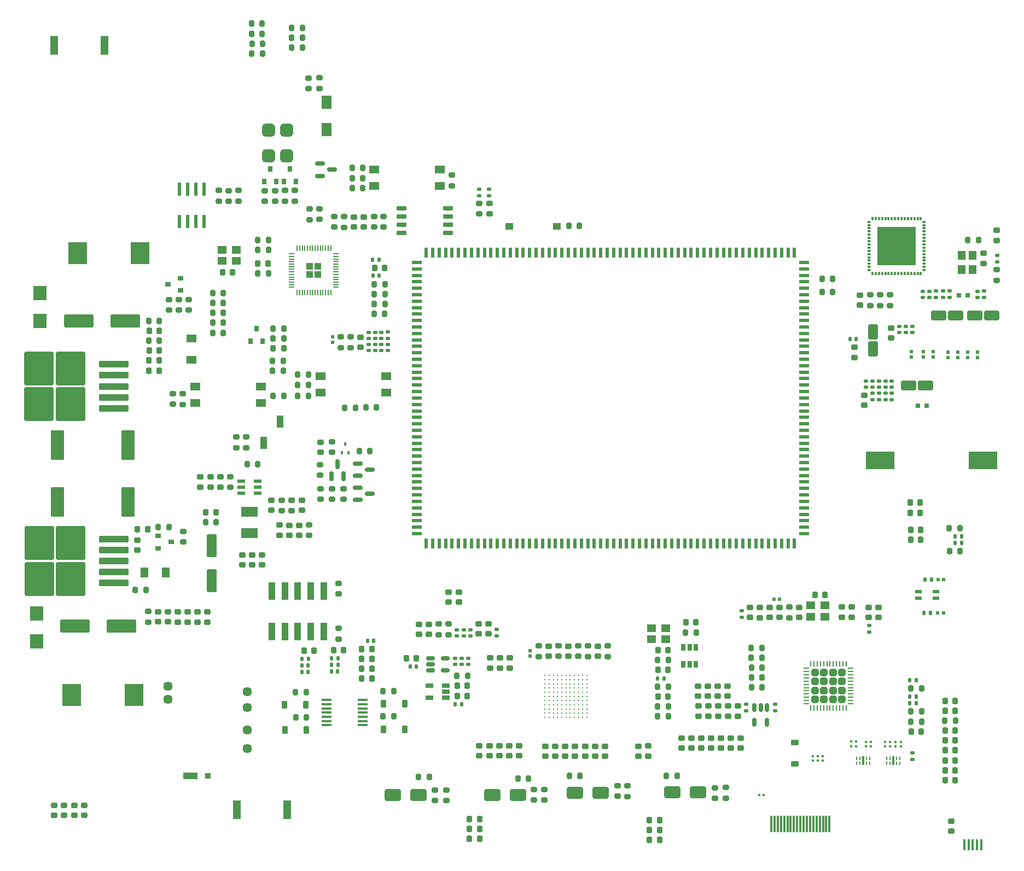
<source format=gtp>
G04 #@! TF.GenerationSoftware,KiCad,Pcbnew,8.0.0-rc1*
G04 #@! TF.CreationDate,2024-04-25T15:33:07+03:00*
G04 #@! TF.ProjectId,MXVR_3568_V4.0,4d585652-5f33-4353-9638-5f56342e302e,REV1*
G04 #@! TF.SameCoordinates,Original*
G04 #@! TF.FileFunction,Paste,Top*
G04 #@! TF.FilePolarity,Positive*
%FSLAX46Y46*%
G04 Gerber Fmt 4.6, Leading zero omitted, Abs format (unit mm)*
G04 Created by KiCad (PCBNEW 8.0.0-rc1) date 2024-04-25 15:33:07*
%MOMM*%
%LPD*%
G01*
G04 APERTURE LIST*
G04 Aperture macros list*
%AMRoundRect*
0 Rectangle with rounded corners*
0 $1 Rounding radius*
0 $2 $3 $4 $5 $6 $7 $8 $9 X,Y pos of 4 corners*
0 Add a 4 corners polygon primitive as box body*
4,1,4,$2,$3,$4,$5,$6,$7,$8,$9,$2,$3,0*
0 Add four circle primitives for the rounded corners*
1,1,$1+$1,$2,$3*
1,1,$1+$1,$4,$5*
1,1,$1+$1,$6,$7*
1,1,$1+$1,$8,$9*
0 Add four rect primitives between the rounded corners*
20,1,$1+$1,$2,$3,$4,$5,0*
20,1,$1+$1,$4,$5,$6,$7,0*
20,1,$1+$1,$6,$7,$8,$9,0*
20,1,$1+$1,$8,$9,$2,$3,0*%
%AMFreePoly0*
4,1,12,-0.135000,0.225000,0.135000,0.225000,0.135000,-0.090000,0.124724,-0.141662,0.095459,-0.185459,0.051662,-0.214724,0.000000,-0.225000,-0.051662,-0.214724,-0.095459,-0.185459,-0.124724,-0.141662,-0.135000,-0.090000,-0.135000,0.225000,-0.135000,0.225000,$1*%
%AMFreePoly1*
4,1,5,3.000000,-3.000000,-3.000000,-3.000000,-3.000000,3.000000,3.000000,3.000000,3.000000,-3.000000,3.000000,-3.000000,$1*%
G04 Aperture macros list end*
%ADD10RoundRect,0.200000X-0.200000X-0.275000X0.200000X-0.275000X0.200000X0.275000X-0.200000X0.275000X0*%
%ADD11RoundRect,0.225000X0.250000X-0.225000X0.250000X0.225000X-0.250000X0.225000X-0.250000X-0.225000X0*%
%ADD12RoundRect,0.140000X0.170000X-0.140000X0.170000X0.140000X-0.170000X0.140000X-0.170000X-0.140000X0*%
%ADD13RoundRect,0.140000X-0.170000X0.140000X-0.170000X-0.140000X0.170000X-0.140000X0.170000X0.140000X0*%
%ADD14RoundRect,0.200000X0.200000X0.275000X-0.200000X0.275000X-0.200000X-0.275000X0.200000X-0.275000X0*%
%ADD15RoundRect,0.140000X-0.140000X-0.170000X0.140000X-0.170000X0.140000X0.170000X-0.140000X0.170000X0*%
%ADD16RoundRect,0.135000X0.185000X-0.135000X0.185000X0.135000X-0.185000X0.135000X-0.185000X-0.135000X0*%
%ADD17RoundRect,0.200000X0.275000X-0.200000X0.275000X0.200000X-0.275000X0.200000X-0.275000X-0.200000X0*%
%ADD18RoundRect,0.225000X-0.250000X0.225000X-0.250000X-0.225000X0.250000X-0.225000X0.250000X0.225000X0*%
%ADD19RoundRect,0.135000X0.135000X0.185000X-0.135000X0.185000X-0.135000X-0.185000X0.135000X-0.185000X0*%
%ADD20RoundRect,0.200000X-0.275000X0.200000X-0.275000X-0.200000X0.275000X-0.200000X0.275000X0.200000X0*%
%ADD21R,0.200000X0.600000*%
%ADD22R,0.400000X1.400000*%
%ADD23R,1.150000X1.650000*%
%ADD24RoundRect,0.250000X0.315000X-0.315000X0.315000X0.315000X-0.315000X0.315000X-0.315000X-0.315000X0*%
%ADD25RoundRect,0.062500X0.062500X-0.375000X0.062500X0.375000X-0.062500X0.375000X-0.062500X-0.375000X0*%
%ADD26RoundRect,0.062500X0.375000X-0.062500X0.375000X0.062500X-0.375000X0.062500X-0.375000X-0.062500X0*%
%ADD27R,1.300000X3.000000*%
%ADD28R,0.650000X0.700000*%
%ADD29RoundRect,0.225000X-0.225000X-0.375000X0.225000X-0.375000X0.225000X0.375000X-0.225000X0.375000X0*%
%ADD30RoundRect,0.135000X-0.135000X-0.185000X0.135000X-0.185000X0.135000X0.185000X-0.135000X0.185000X0*%
%ADD31R,1.500000X0.600000*%
%ADD32R,0.600000X1.500000*%
%ADD33RoundRect,0.225000X0.225000X0.250000X-0.225000X0.250000X-0.225000X-0.250000X0.225000X-0.250000X0*%
%ADD34RoundRect,0.225000X-0.225000X-0.250000X0.225000X-0.250000X0.225000X0.250000X-0.225000X0.250000X0*%
%ADD35RoundRect,0.150000X-0.512500X-0.150000X0.512500X-0.150000X0.512500X0.150000X-0.512500X0.150000X0*%
%ADD36RoundRect,0.079500X-0.100500X0.079500X-0.100500X-0.079500X0.100500X-0.079500X0.100500X0.079500X0*%
%ADD37R,1.000000X2.750000*%
%ADD38RoundRect,0.250000X-1.000000X-0.650000X1.000000X-0.650000X1.000000X0.650000X-1.000000X0.650000X0*%
%ADD39R,0.800000X0.900000*%
%ADD40R,0.900000X0.800000*%
%ADD41R,0.600000X0.550000*%
%ADD42RoundRect,0.135000X-0.185000X0.135000X-0.185000X-0.135000X0.185000X-0.135000X0.185000X0.135000X0*%
%ADD43R,1.500000X1.250000*%
%ADD44RoundRect,0.140000X0.140000X0.170000X-0.140000X0.170000X-0.140000X-0.170000X0.140000X-0.170000X0*%
%ADD45R,0.550000X0.600000*%
%ADD46RoundRect,0.218750X0.256250X-0.218750X0.256250X0.218750X-0.256250X0.218750X-0.256250X-0.218750X0*%
%ADD47RoundRect,0.250000X-0.292217X0.292217X-0.292217X-0.292217X0.292217X-0.292217X0.292217X0.292217X0*%
%ADD48RoundRect,0.050000X-0.050000X0.387500X-0.050000X-0.387500X0.050000X-0.387500X0.050000X0.387500X0*%
%ADD49RoundRect,0.050000X-0.387500X0.050000X-0.387500X-0.050000X0.387500X-0.050000X0.387500X0.050000X0*%
%ADD50RoundRect,0.500000X0.500000X-0.500000X0.500000X0.500000X-0.500000X0.500000X-0.500000X-0.500000X0*%
%ADD51RoundRect,0.500000X-0.500000X0.500000X-0.500000X-0.500000X0.500000X-0.500000X0.500000X0.500000X0*%
%ADD52RoundRect,0.079500X0.079500X0.100500X-0.079500X0.100500X-0.079500X-0.100500X0.079500X-0.100500X0*%
%ADD53RoundRect,0.250000X1.000000X0.650000X-1.000000X0.650000X-1.000000X-0.650000X1.000000X-0.650000X0*%
%ADD54R,2.170000X1.120000*%
%ADD55R,0.850000X0.850000*%
%ADD56RoundRect,0.218750X0.218750X0.256250X-0.218750X0.256250X-0.218750X-0.256250X0.218750X-0.256250X0*%
%ADD57FreePoly0,0.000000*%
%ADD58FreePoly0,90.000000*%
%ADD59FreePoly0,180.000000*%
%ADD60FreePoly0,270.000000*%
%ADD61FreePoly1,0.000000*%
%ADD62R,1.200000X1.400000*%
%ADD63R,1.400000X1.200000*%
%ADD64RoundRect,0.250001X0.799999X-2.049999X0.799999X2.049999X-0.799999X2.049999X-0.799999X-2.049999X0*%
%ADD65RoundRect,0.250001X1.999999X0.799999X-1.999999X0.799999X-1.999999X-0.799999X1.999999X-0.799999X0*%
%ADD66RoundRect,0.079500X0.100500X-0.079500X0.100500X0.079500X-0.100500X0.079500X-0.100500X-0.079500X0*%
%ADD67RoundRect,0.041300X0.253700X-0.943700X0.253700X0.943700X-0.253700X0.943700X-0.253700X-0.943700X0*%
%ADD68RoundRect,0.250001X-0.799999X2.049999X-0.799999X-2.049999X0.799999X-2.049999X0.799999X2.049999X0*%
%ADD69R,1.200000X1.000000*%
%ADD70R,0.400000X1.745000*%
%ADD71RoundRect,0.250001X-0.924999X-0.499999X0.924999X-0.499999X0.924999X0.499999X-0.924999X0.499999X0*%
%ADD72RoundRect,0.250000X-0.550000X1.500000X-0.550000X-1.500000X0.550000X-1.500000X0.550000X1.500000X0*%
%ADD73RoundRect,0.250000X2.050000X0.300000X-2.050000X0.300000X-2.050000X-0.300000X2.050000X-0.300000X0*%
%ADD74RoundRect,0.250000X2.025000X2.375000X-2.025000X2.375000X-2.025000X-2.375000X2.025000X-2.375000X0*%
%ADD75R,0.400000X0.510000*%
%ADD76RoundRect,0.150000X-0.587500X-0.150000X0.587500X-0.150000X0.587500X0.150000X-0.587500X0.150000X0*%
%ADD77RoundRect,0.147500X-0.172500X0.147500X-0.172500X-0.147500X0.172500X-0.147500X0.172500X0.147500X0*%
%ADD78R,0.650000X1.125000*%
%ADD79R,1.050000X0.600000*%
%ADD80R,4.400000X2.800000*%
%ADD81RoundRect,0.150000X-0.150000X0.512500X-0.150000X-0.512500X0.150000X-0.512500X0.150000X0.512500X0*%
%ADD82R,3.000000X3.500000*%
%ADD83RoundRect,0.150000X-0.650000X-0.150000X0.650000X-0.150000X0.650000X0.150000X-0.650000X0.150000X0*%
%ADD84RoundRect,0.218750X-0.256250X0.218750X-0.256250X-0.218750X0.256250X-0.218750X0.256250X0.218750X0*%
%ADD85RoundRect,0.225000X0.225000X0.375000X-0.225000X0.375000X-0.225000X-0.375000X0.225000X-0.375000X0*%
%ADD86RoundRect,0.250001X0.924999X0.499999X-0.924999X0.499999X-0.924999X-0.499999X0.924999X-0.499999X0*%
%ADD87R,2.500000X1.500000*%
%ADD88R,1.250000X0.650000*%
%ADD89C,0.300000*%
%ADD90RoundRect,0.225000X0.375000X-0.225000X0.375000X0.225000X-0.375000X0.225000X-0.375000X-0.225000X0*%
%ADD91R,1.200000X0.600000*%
%ADD92R,1.600000X0.350000*%
%ADD93RoundRect,0.500000X0.200000X0.150000X-0.200000X0.150000X-0.200000X-0.150000X0.200000X-0.150000X0*%
%ADD94R,1.000000X1.900000*%
%ADD95RoundRect,0.250001X-0.499999X0.924999X-0.499999X-0.924999X0.499999X-0.924999X0.499999X0.924999X0*%
%ADD96R,2.050000X2.250000*%
%ADD97R,1.500000X2.120000*%
%ADD98R,1.650000X1.150000*%
%ADD99R,0.300000X2.600000*%
%ADD100RoundRect,0.150000X0.150000X-0.587500X0.150000X0.587500X-0.150000X0.587500X-0.150000X-0.587500X0*%
G04 APERTURE END LIST*
D10*
X192485000Y-142700000D03*
X194135000Y-142700000D03*
D11*
X193470000Y-159775000D03*
X193470000Y-158225000D03*
D12*
X192170000Y-77110000D03*
X192170000Y-76150000D03*
D13*
X117690000Y-132970000D03*
X117690000Y-133930000D03*
D12*
X182270000Y-91040000D03*
X182270000Y-90080000D03*
D14*
X105815000Y-78165000D03*
X104165000Y-78165000D03*
D15*
X103930000Y-71270000D03*
X104890000Y-71270000D03*
D16*
X166230000Y-141160000D03*
X166230000Y-140140000D03*
D15*
X103940000Y-73770000D03*
X104900000Y-73770000D03*
D17*
X88790000Y-62225711D03*
X88790000Y-60575711D03*
D10*
X134345000Y-151242500D03*
X135995000Y-151242500D03*
D18*
X86770000Y-116975000D03*
X86770000Y-118525000D03*
D19*
X188020000Y-136400000D03*
X187000000Y-136400000D03*
D13*
X184270000Y-91970000D03*
X184270000Y-92930000D03*
D10*
X88410000Y-86940000D03*
X90060000Y-86940000D03*
D17*
X91870000Y-62225000D03*
X91870000Y-60575000D03*
D20*
X84340000Y-98760000D03*
X84340000Y-100410000D03*
D14*
X72395000Y-112670000D03*
X70745000Y-112670000D03*
D18*
X70670000Y-125800000D03*
X70670000Y-127350000D03*
D21*
X178840000Y-149270000D03*
X179340000Y-149270000D03*
D22*
X179840000Y-148870000D03*
D21*
X180340000Y-149270000D03*
X180840000Y-149270000D03*
X180840000Y-148470000D03*
X180340000Y-148470000D03*
X179340000Y-148470000D03*
X178840000Y-148470000D03*
D23*
X68577500Y-119695000D03*
X71877500Y-119695000D03*
D12*
X123070000Y-129505000D03*
X123070000Y-128545000D03*
D10*
X193195000Y-116450000D03*
X194845000Y-116450000D03*
D24*
X172362500Y-139390000D03*
X173762500Y-139390000D03*
X175162500Y-139390000D03*
X176562500Y-139390000D03*
X172362500Y-137990000D03*
X173762500Y-137990000D03*
X175162500Y-137990000D03*
X176562500Y-137990000D03*
X172362500Y-136590000D03*
X173762500Y-136590000D03*
X175162500Y-136590000D03*
X176562500Y-136590000D03*
X172362500Y-135190000D03*
X173762500Y-135190000D03*
X175162500Y-135190000D03*
X176562500Y-135190000D03*
D25*
X171712500Y-140727500D03*
X172212500Y-140727500D03*
X172712500Y-140727500D03*
X173212500Y-140727500D03*
X173712500Y-140727500D03*
X174212500Y-140727500D03*
X174712500Y-140727500D03*
X175212500Y-140727500D03*
X175712500Y-140727500D03*
X176212500Y-140727500D03*
X176712500Y-140727500D03*
X177212500Y-140727500D03*
D26*
X177900000Y-140040000D03*
X177900000Y-139540000D03*
X177900000Y-139040000D03*
X177900000Y-138540000D03*
X177900000Y-138040000D03*
X177900000Y-137540000D03*
X177900000Y-137040000D03*
X177900000Y-136540000D03*
X177900000Y-136040000D03*
X177900000Y-135540000D03*
X177900000Y-135040000D03*
X177900000Y-134540000D03*
D25*
X177212500Y-133852500D03*
X176712500Y-133852500D03*
X176212500Y-133852500D03*
X175712500Y-133852500D03*
X175212500Y-133852500D03*
X174712500Y-133852500D03*
X174212500Y-133852500D03*
X173712500Y-133852500D03*
X173212500Y-133852500D03*
X172712500Y-133852500D03*
X172212500Y-133852500D03*
X171712500Y-133852500D03*
D26*
X171025000Y-134540000D03*
X171025000Y-135040000D03*
X171025000Y-135540000D03*
X171025000Y-136040000D03*
X171025000Y-136540000D03*
X171025000Y-137040000D03*
X171025000Y-137540000D03*
X171025000Y-138040000D03*
X171025000Y-138540000D03*
X171025000Y-139040000D03*
X171025000Y-139540000D03*
X171025000Y-140040000D03*
D18*
X72210000Y-125800000D03*
X72210000Y-127350000D03*
D27*
X82915000Y-156430000D03*
X90715000Y-156430000D03*
D28*
X195975000Y-76790000D03*
X194625000Y-76790000D03*
D11*
X139880000Y-148195000D03*
X139880000Y-146645000D03*
D18*
X134210000Y-131110000D03*
X134210000Y-132660000D03*
D29*
X90300000Y-140170000D03*
X93600000Y-140170000D03*
D30*
X189400000Y-120790000D03*
X190420000Y-120790000D03*
D31*
X170710000Y-113700000D03*
X170710000Y-112700000D03*
X170710000Y-111700000D03*
X170710000Y-110700000D03*
X170710000Y-109700000D03*
X170710000Y-108700000D03*
X170710000Y-107700000D03*
X170710000Y-106700000D03*
X170710000Y-105700000D03*
X170710000Y-104700000D03*
X170710000Y-103700000D03*
X170710000Y-102700000D03*
X170710000Y-101700000D03*
X170710000Y-100700000D03*
X170710000Y-99700000D03*
X170710000Y-98700000D03*
X170710000Y-97700000D03*
X170710000Y-96700000D03*
X170710000Y-95700000D03*
X170710000Y-94700000D03*
X170710000Y-93700000D03*
X170710000Y-92700000D03*
X170710000Y-91700000D03*
X170710000Y-90700000D03*
X170710000Y-89700000D03*
X170710000Y-88700000D03*
X170710000Y-87700000D03*
X170710000Y-86700000D03*
X170710000Y-85700000D03*
X170710000Y-84700000D03*
X170710000Y-83700000D03*
X170710000Y-82700000D03*
X170710000Y-81700000D03*
X170710000Y-80700000D03*
X170710000Y-79700000D03*
X170710000Y-78700000D03*
X170710000Y-77700000D03*
X170710000Y-76700000D03*
X170710000Y-75700000D03*
X170710000Y-74700000D03*
X170710000Y-73700000D03*
X170710000Y-72700000D03*
X170710000Y-71700000D03*
D32*
X169210000Y-70200000D03*
X168210000Y-70200000D03*
X167210000Y-70200000D03*
X166210000Y-70200000D03*
X165210000Y-70200000D03*
X164210000Y-70200000D03*
X163210000Y-70200000D03*
X162210000Y-70200000D03*
X161210000Y-70200000D03*
X160210000Y-70200000D03*
X159210000Y-70200000D03*
X158210000Y-70200000D03*
X157210000Y-70200000D03*
X156210000Y-70200000D03*
X155210000Y-70200000D03*
X154210000Y-70200000D03*
X153210000Y-70200000D03*
X152210000Y-70200000D03*
X151210000Y-70200000D03*
X150210000Y-70200000D03*
X149210000Y-70200000D03*
X148210000Y-70200000D03*
X147210000Y-70200000D03*
X146210000Y-70200000D03*
X145210000Y-70200000D03*
X144210000Y-70200000D03*
X143210000Y-70200000D03*
X142210000Y-70200000D03*
X141210000Y-70200000D03*
X140210000Y-70200000D03*
X139210000Y-70200000D03*
X138210000Y-70200000D03*
X137210000Y-70200000D03*
X136210000Y-70200000D03*
X135210000Y-70200000D03*
X134210000Y-70200000D03*
X133210000Y-70200000D03*
X132210000Y-70200000D03*
X131210000Y-70200000D03*
X130210000Y-70200000D03*
X129210000Y-70200000D03*
X128210000Y-70200000D03*
X127210000Y-70200000D03*
X126210000Y-70200000D03*
X125210000Y-70200000D03*
X124210000Y-70200000D03*
X123210000Y-70200000D03*
X122210000Y-70200000D03*
X121210000Y-70200000D03*
X120210000Y-70200000D03*
X119210000Y-70200000D03*
X118210000Y-70200000D03*
X117210000Y-70200000D03*
X116210000Y-70200000D03*
X115210000Y-70200000D03*
X114210000Y-70200000D03*
X113210000Y-70200000D03*
X112210000Y-70200000D03*
D31*
X110710000Y-71700000D03*
X110710000Y-72700000D03*
X110710000Y-73700000D03*
X110710000Y-74700000D03*
X110710000Y-75700000D03*
X110710000Y-76700000D03*
X110710000Y-77700000D03*
X110710000Y-78700000D03*
X110710000Y-79700000D03*
X110710000Y-80700000D03*
X110710000Y-81700000D03*
X110710000Y-82700000D03*
X110710000Y-83700000D03*
X110710000Y-84700000D03*
X110710000Y-85700000D03*
X110710000Y-86700000D03*
X110710000Y-87700000D03*
X110710000Y-88700000D03*
X110710000Y-89700000D03*
X110710000Y-90700000D03*
X110710000Y-91700000D03*
X110710000Y-92700000D03*
X110710000Y-93700000D03*
X110710000Y-94700000D03*
X110710000Y-95700000D03*
X110710000Y-96700000D03*
X110710000Y-97700000D03*
X110710000Y-98700000D03*
X110710000Y-99700000D03*
X110710000Y-100700000D03*
X110710000Y-101700000D03*
X110710000Y-102700000D03*
X110710000Y-103700000D03*
X110710000Y-104700000D03*
X110710000Y-105700000D03*
X110710000Y-106700000D03*
X110710000Y-107700000D03*
X110710000Y-108700000D03*
X110710000Y-109700000D03*
X110710000Y-110700000D03*
X110710000Y-111700000D03*
X110710000Y-112700000D03*
X110710000Y-113700000D03*
D32*
X112210000Y-115200000D03*
X113210000Y-115200000D03*
X114210000Y-115200000D03*
X115210000Y-115200000D03*
X116210000Y-115200000D03*
X117210000Y-115200000D03*
X118210000Y-115200000D03*
X119210000Y-115200000D03*
X120210000Y-115200000D03*
X121210000Y-115200000D03*
X122210000Y-115200000D03*
X123210000Y-115200000D03*
X124210000Y-115200000D03*
X125210000Y-115200000D03*
X126210000Y-115200000D03*
X127210000Y-115200000D03*
X128210000Y-115200000D03*
X129210000Y-115200000D03*
X130210000Y-115200000D03*
X131210000Y-115200000D03*
X132210000Y-115200000D03*
X133210000Y-115200000D03*
X134210000Y-115200000D03*
X135210000Y-115200000D03*
X136210000Y-115200000D03*
X137210000Y-115200000D03*
X138210000Y-115200000D03*
X139210000Y-115200000D03*
X140210000Y-115200000D03*
X141210000Y-115200000D03*
X142210000Y-115200000D03*
X143210000Y-115200000D03*
X144210000Y-115200000D03*
X145210000Y-115200000D03*
X146210000Y-115200000D03*
X147210000Y-115200000D03*
X148210000Y-115200000D03*
X149210000Y-115200000D03*
X150210000Y-115200000D03*
X151210000Y-115200000D03*
X152210000Y-115200000D03*
X153210000Y-115200000D03*
X154210000Y-115200000D03*
X155210000Y-115200000D03*
X156210000Y-115200000D03*
X157210000Y-115200000D03*
X158210000Y-115200000D03*
X159210000Y-115200000D03*
X160210000Y-115200000D03*
X161210000Y-115200000D03*
X162210000Y-115200000D03*
X163210000Y-115200000D03*
X164210000Y-115200000D03*
X165210000Y-115200000D03*
X166210000Y-115200000D03*
X167210000Y-115200000D03*
X168210000Y-115200000D03*
X169210000Y-115200000D03*
D17*
X130480000Y-154967500D03*
X130480000Y-153317500D03*
D13*
X116660000Y-132970000D03*
X116660000Y-133930000D03*
D10*
X85150000Y-34750000D03*
X86800000Y-34750000D03*
X85225000Y-37820000D03*
X86875000Y-37820000D03*
D17*
X120410000Y-64175000D03*
X120410000Y-62525000D03*
D33*
X120460000Y-160990000D03*
X118910000Y-160990000D03*
D11*
X120420000Y-148105000D03*
X120420000Y-146555000D03*
D34*
X104220000Y-72520000D03*
X105770000Y-72520000D03*
D35*
X112845000Y-132977500D03*
X112845000Y-133927500D03*
X112845000Y-134877500D03*
X115120000Y-134877500D03*
X115120000Y-132977500D03*
D11*
X73750000Y-127380000D03*
X73750000Y-125830000D03*
D18*
X184120000Y-81855000D03*
X184120000Y-83405000D03*
D12*
X117990000Y-129545000D03*
X117990000Y-128585000D03*
D33*
X148315000Y-158050000D03*
X146765000Y-158050000D03*
D17*
X104110000Y-66230000D03*
X104110000Y-64580000D03*
D33*
X149605000Y-134810000D03*
X148055000Y-134810000D03*
D36*
X184020000Y-145965000D03*
X184020000Y-146655000D03*
D33*
X70870000Y-82330000D03*
X69320000Y-82330000D03*
D18*
X154780000Y-145350000D03*
X154780000Y-146900000D03*
D37*
X88330000Y-122605000D03*
X88330000Y-128855000D03*
X90330000Y-122605000D03*
X90330000Y-128855000D03*
X92330000Y-122605000D03*
X92330000Y-128855000D03*
X94330000Y-122605000D03*
X94330000Y-128855000D03*
X96330000Y-122605000D03*
X96330000Y-128855000D03*
D38*
X122420000Y-154172500D03*
X126420000Y-154172500D03*
D11*
X169960000Y-126680000D03*
X169960000Y-125130000D03*
D17*
X97620000Y-108400000D03*
X97620000Y-106750000D03*
D39*
X87100000Y-59215711D03*
X89000000Y-59215711D03*
X88050000Y-57215711D03*
D10*
X99585000Y-94190000D03*
X101235000Y-94190000D03*
D15*
X97557500Y-134030000D03*
X98517500Y-134030000D03*
D12*
X189060000Y-77130000D03*
X189060000Y-76170000D03*
D40*
X70735000Y-114060000D03*
X70735000Y-115960000D03*
X72735000Y-115010000D03*
D41*
X192940000Y-85552500D03*
X192940000Y-86402500D03*
D20*
X105605000Y-64580000D03*
X105605000Y-66230000D03*
D12*
X119030000Y-129535000D03*
X119030000Y-128575000D03*
D11*
X91015000Y-113942500D03*
X91015000Y-112392500D03*
D18*
X151730000Y-145350000D03*
X151730000Y-146900000D03*
X157820000Y-145350000D03*
X157820000Y-146900000D03*
D34*
X192535000Y-141170000D03*
X194085000Y-141170000D03*
D11*
X67520000Y-116265000D03*
X67520000Y-114715000D03*
D17*
X158560000Y-154667500D03*
X158560000Y-153017500D03*
D11*
X123510000Y-148090000D03*
X123510000Y-146540000D03*
D17*
X115307500Y-155052500D03*
X115307500Y-153402500D03*
D20*
X200530000Y-72845000D03*
X200530000Y-74495000D03*
D14*
X105815000Y-76615000D03*
X104165000Y-76615000D03*
D34*
X102235000Y-134615000D03*
X103785000Y-134615000D03*
D42*
X161010000Y-125680000D03*
X161010000Y-126700000D03*
D14*
X93655000Y-142130000D03*
X92005000Y-142130000D03*
D11*
X165380000Y-126685000D03*
X165380000Y-125135000D03*
D20*
X100512500Y-83245000D03*
X100512500Y-84895000D03*
D34*
X102240000Y-131555000D03*
X103790000Y-131555000D03*
D43*
X76450000Y-90960000D03*
X76450000Y-93500000D03*
X86610000Y-93500000D03*
X86610000Y-90960000D03*
D18*
X157360000Y-140405000D03*
X157360000Y-141955000D03*
D17*
X95720000Y-65057500D03*
X95720000Y-63407500D03*
D11*
X75290000Y-127385000D03*
X75290000Y-125835000D03*
D12*
X184260000Y-91030000D03*
X184260000Y-90070000D03*
D11*
X126580000Y-148120000D03*
X126580000Y-146570000D03*
D18*
X101050000Y-64660000D03*
X101050000Y-66210000D03*
D12*
X183270000Y-91040000D03*
X183270000Y-90080000D03*
D10*
X91385000Y-36870000D03*
X93035000Y-36870000D03*
D11*
X125040000Y-148100000D03*
X125040000Y-146550000D03*
X133730000Y-148180000D03*
X133730000Y-146630000D03*
D14*
X90145000Y-83460000D03*
X88495000Y-83460000D03*
D18*
X125160000Y-132955000D03*
X125160000Y-134505000D03*
D41*
X97742500Y-83247500D03*
X97742500Y-84097500D03*
D33*
X188675000Y-108900000D03*
X187125000Y-108900000D03*
D44*
X178770000Y-83570000D03*
X177810000Y-83570000D03*
D12*
X197530000Y-77120000D03*
X197530000Y-76160000D03*
D14*
X70905000Y-80780000D03*
X69255000Y-80780000D03*
D13*
X103310000Y-84385000D03*
X103310000Y-85345000D03*
D45*
X166910000Y-123880000D03*
X166060000Y-123880000D03*
D15*
X97547500Y-135050000D03*
X98507500Y-135050000D03*
D19*
X195050000Y-114160000D03*
X194030000Y-114160000D03*
D33*
X70840000Y-88440000D03*
X69290000Y-88440000D03*
D17*
X121970000Y-64195000D03*
X121970000Y-62545000D03*
D18*
X91380000Y-108560000D03*
X91380000Y-110110000D03*
D20*
X168430000Y-125080000D03*
X168430000Y-126730000D03*
D46*
X160450000Y-141962500D03*
X160450000Y-140387500D03*
D10*
X101825000Y-100885000D03*
X103475000Y-100885000D03*
D45*
X191392500Y-126010000D03*
X192242500Y-126010000D03*
D13*
X182270000Y-91980000D03*
X182270000Y-92940000D03*
D47*
X95457500Y-72322500D03*
X94182500Y-72322500D03*
X95457500Y-73597500D03*
X94182500Y-73597500D03*
D48*
X97420000Y-69522500D03*
X97020000Y-69522500D03*
X96620000Y-69522500D03*
X96220000Y-69522500D03*
X95820000Y-69522500D03*
X95420000Y-69522500D03*
X95020000Y-69522500D03*
X94620000Y-69522500D03*
X94220000Y-69522500D03*
X93820000Y-69522500D03*
X93420000Y-69522500D03*
X93020000Y-69522500D03*
X92620000Y-69522500D03*
X92220000Y-69522500D03*
D49*
X91382500Y-70360000D03*
X91382500Y-70760000D03*
X91382500Y-71160000D03*
X91382500Y-71560000D03*
X91382500Y-71960000D03*
X91382500Y-72360000D03*
X91382500Y-72760000D03*
X91382500Y-73160000D03*
X91382500Y-73560000D03*
X91382500Y-73960000D03*
X91382500Y-74360000D03*
X91382500Y-74760000D03*
X91382500Y-75160000D03*
X91382500Y-75560000D03*
D48*
X92220000Y-76397500D03*
X92620000Y-76397500D03*
X93020000Y-76397500D03*
X93420000Y-76397500D03*
X93820000Y-76397500D03*
X94220000Y-76397500D03*
X94620000Y-76397500D03*
X95020000Y-76397500D03*
X95420000Y-76397500D03*
X95820000Y-76397500D03*
X96220000Y-76397500D03*
X96620000Y-76397500D03*
X97020000Y-76397500D03*
X97420000Y-76397500D03*
D49*
X98257500Y-75560000D03*
X98257500Y-75160000D03*
X98257500Y-74760000D03*
X98257500Y-74360000D03*
X98257500Y-73960000D03*
X98257500Y-73560000D03*
X98257500Y-73160000D03*
X98257500Y-72760000D03*
X98257500Y-72360000D03*
X98257500Y-71960000D03*
X98257500Y-71560000D03*
X98257500Y-71160000D03*
X98257500Y-70760000D03*
X98257500Y-70360000D03*
D11*
X138800000Y-132670000D03*
X138800000Y-131120000D03*
D17*
X83140000Y-62215000D03*
X83140000Y-60565000D03*
X95860000Y-108400000D03*
X95860000Y-106750000D03*
D34*
X192525000Y-145740000D03*
X194075000Y-145740000D03*
D50*
X87800000Y-51200000D03*
D51*
X87800000Y-55200000D03*
D52*
X164470000Y-154190000D03*
X163780000Y-154190000D03*
D20*
X72950000Y-92015000D03*
X72950000Y-93665000D03*
D53*
X139190000Y-153842500D03*
X135190000Y-153842500D03*
D44*
X93950000Y-133100000D03*
X92990000Y-133100000D03*
D54*
X75720000Y-151180000D03*
D55*
X78400000Y-151180000D03*
D33*
X173935000Y-123170000D03*
X172385000Y-123170000D03*
D17*
X95800000Y-104670000D03*
X95800000Y-103020000D03*
D10*
X193155000Y-112880000D03*
X194805000Y-112880000D03*
X104145000Y-79685000D03*
X105795000Y-79685000D03*
X85170000Y-36290000D03*
X86820000Y-36290000D03*
D14*
X149685000Y-137380000D03*
X148035000Y-137380000D03*
X87765000Y-73410000D03*
X86115000Y-73410000D03*
D56*
X99415000Y-131740000D03*
X97840000Y-131740000D03*
D11*
X117235000Y-124305000D03*
X117235000Y-122755000D03*
D57*
X188770000Y-64910000D03*
X188270000Y-64910000D03*
X187770000Y-64910000D03*
X187270000Y-64910000D03*
X186770000Y-64910000D03*
X186270000Y-64910000D03*
X185770000Y-64910000D03*
X185270000Y-64910000D03*
X184770000Y-64910000D03*
X184270000Y-64910000D03*
X183770000Y-64910000D03*
X183270000Y-64910000D03*
X182770000Y-64910000D03*
X182270000Y-64910000D03*
X181770000Y-64910000D03*
X181270000Y-64910000D03*
D58*
X180770000Y-65410000D03*
X180770000Y-65910000D03*
X180770000Y-66410000D03*
X180770000Y-66910000D03*
X180770000Y-67410000D03*
X180770000Y-67910000D03*
X180770000Y-68410000D03*
X180770000Y-68910000D03*
X180770000Y-69410000D03*
X180770000Y-69910000D03*
X180770000Y-70410000D03*
X180770000Y-70910000D03*
X180770000Y-71410000D03*
X180770000Y-71910000D03*
X180770000Y-72410000D03*
X180770000Y-72910000D03*
D59*
X181270000Y-73410000D03*
X181770000Y-73410000D03*
X182270000Y-73410000D03*
X182770000Y-73410000D03*
X183270000Y-73410000D03*
X183770000Y-73410000D03*
X184270000Y-73410000D03*
X184770000Y-73410000D03*
X185270000Y-73410000D03*
X185770000Y-73410000D03*
X186270000Y-73410000D03*
X186770000Y-73410000D03*
X187270000Y-73410000D03*
X187770000Y-73410000D03*
X188270000Y-73410000D03*
X188770000Y-73410000D03*
D60*
X189270000Y-72910000D03*
X189270000Y-72410000D03*
X189270000Y-71910000D03*
X189270000Y-71410000D03*
X189270000Y-70910000D03*
X189270000Y-70410000D03*
X189270000Y-69910000D03*
X189270000Y-69410000D03*
X189270000Y-68910000D03*
X189270000Y-68410000D03*
X189270000Y-67910000D03*
X189270000Y-67410000D03*
X189270000Y-66910000D03*
X189270000Y-66410000D03*
X189270000Y-65910000D03*
X189270000Y-65410000D03*
D61*
X185020000Y-69160000D03*
D17*
X141800000Y-154367500D03*
X141800000Y-152717500D03*
D62*
X195105000Y-70630000D03*
X195105000Y-72830000D03*
X196805000Y-72830000D03*
X196805000Y-70630000D03*
D14*
X102395000Y-58630000D03*
X100745000Y-58630000D03*
D11*
X54630000Y-157325000D03*
X54630000Y-155775000D03*
D20*
X129600000Y-131067500D03*
X129600000Y-132717500D03*
D63*
X147110000Y-130048000D03*
X149310000Y-130048000D03*
X149310000Y-128348000D03*
X147110000Y-128348000D03*
D30*
X189210000Y-126020000D03*
X190230000Y-126020000D03*
D11*
X176570000Y-126625000D03*
X176570000Y-125075000D03*
D18*
X179360000Y-76800000D03*
X179360000Y-78350000D03*
D34*
X146765000Y-159580000D03*
X148315000Y-159580000D03*
D14*
X80790000Y-81055000D03*
X79140000Y-81055000D03*
D11*
X92540000Y-113960000D03*
X92540000Y-112410000D03*
D18*
X85240000Y-116975000D03*
X85240000Y-118525000D03*
D64*
X66060000Y-108800000D03*
X66060000Y-100000000D03*
D18*
X159340000Y-145350000D03*
X159340000Y-146900000D03*
X77255000Y-104935000D03*
X77255000Y-106485000D03*
D41*
X190690000Y-85492500D03*
X190690000Y-86342500D03*
D33*
X188720000Y-113090000D03*
X187170000Y-113090000D03*
D65*
X65620000Y-80745000D03*
X58420000Y-80745000D03*
D10*
X149385000Y-151182500D03*
X151035000Y-151182500D03*
D11*
X155810000Y-138855000D03*
X155810000Y-137305000D03*
D17*
X143350000Y-154387500D03*
X143350000Y-152737500D03*
D14*
X79700000Y-111960000D03*
X78050000Y-111960000D03*
D11*
X162310000Y-126700000D03*
X162310000Y-125150000D03*
D34*
X187285000Y-144330000D03*
X188835000Y-144330000D03*
D36*
X185690000Y-145965000D03*
X185690000Y-146655000D03*
D18*
X131140000Y-131107500D03*
X131140000Y-132657500D03*
D11*
X89460000Y-113940000D03*
X89460000Y-112390000D03*
D17*
X180900000Y-78385000D03*
X180900000Y-76735000D03*
D10*
X102875000Y-94170000D03*
X104525000Y-94170000D03*
D41*
X128280000Y-132710000D03*
X128280000Y-131860000D03*
D65*
X65020000Y-128050000D03*
X57820000Y-128050000D03*
D66*
X172830000Y-148845000D03*
X172830000Y-148155000D03*
D67*
X73985000Y-65355000D03*
X75255000Y-65355000D03*
X76525000Y-65355000D03*
X77795000Y-65355000D03*
X77795000Y-60405000D03*
X76525000Y-60405000D03*
X75255000Y-60405000D03*
X73985000Y-60405000D03*
D18*
X158910000Y-140410000D03*
X158910000Y-141960000D03*
D13*
X181270000Y-91970000D03*
X181270000Y-92930000D03*
D17*
X94190000Y-65075000D03*
X94190000Y-63425000D03*
D10*
X79150000Y-76450000D03*
X80800000Y-76450000D03*
D33*
X188675000Y-110460000D03*
X187125000Y-110460000D03*
D17*
X140330000Y-132715000D03*
X140330000Y-131065000D03*
D11*
X138330000Y-148195000D03*
X138330000Y-146645000D03*
D20*
X74560000Y-113365000D03*
X74560000Y-115015000D03*
D10*
X196015000Y-68250000D03*
X197665000Y-68250000D03*
D12*
X191090000Y-77110000D03*
X191090000Y-76150000D03*
D18*
X155840000Y-140410000D03*
X155840000Y-141960000D03*
D28*
X189640000Y-93910000D03*
X188290000Y-93910000D03*
D68*
X55110000Y-100000000D03*
X55110000Y-108800000D03*
D18*
X121985000Y-146535000D03*
X121985000Y-148085000D03*
D12*
X103305000Y-83470000D03*
X103305000Y-82510000D03*
D44*
X93940000Y-134110000D03*
X92980000Y-134110000D03*
D13*
X183270000Y-91980000D03*
X183270000Y-92940000D03*
D18*
X154320000Y-140405000D03*
X154320000Y-141955000D03*
D11*
X130650000Y-148205000D03*
X130650000Y-146655000D03*
D63*
X171750000Y-126535000D03*
X173950000Y-126535000D03*
X173950000Y-124835000D03*
X171750000Y-124835000D03*
D13*
X105280000Y-84380000D03*
X105280000Y-85340000D03*
D18*
X88260000Y-108535000D03*
X88260000Y-110085000D03*
D14*
X93637500Y-138220000D03*
X91987500Y-138220000D03*
D69*
X132460000Y-66090000D03*
X125060000Y-66090000D03*
D17*
X135730000Y-132705000D03*
X135730000Y-131055000D03*
D29*
X90322500Y-144110000D03*
X93622500Y-144110000D03*
D41*
X194460000Y-85572500D03*
X194460000Y-86422500D03*
D11*
X180700000Y-126650000D03*
X180700000Y-125100000D03*
D18*
X153250000Y-145350000D03*
X153250000Y-146900000D03*
D17*
X156930000Y-154687500D03*
X156930000Y-153037500D03*
D46*
X163850000Y-126717500D03*
X163850000Y-125142500D03*
D14*
X86140000Y-102950000D03*
X84490000Y-102950000D03*
D36*
X184815000Y-145965000D03*
X184815000Y-146655000D03*
D14*
X105815000Y-75080000D03*
X104165000Y-75080000D03*
D11*
X157330000Y-138850000D03*
X157330000Y-137300000D03*
D34*
X192525000Y-148820000D03*
X194075000Y-148820000D03*
D11*
X136790000Y-148195000D03*
X136790000Y-146645000D03*
D19*
X188020000Y-138930000D03*
X187000000Y-138930000D03*
D17*
X95655000Y-44765000D03*
X95655000Y-43115000D03*
D34*
X102230000Y-133090000D03*
X103780000Y-133090000D03*
D14*
X164167500Y-131370000D03*
X162517500Y-131370000D03*
D33*
X70860000Y-85365000D03*
X69310000Y-85365000D03*
D70*
X195510000Y-161858750D03*
X196160000Y-161858750D03*
X196810000Y-161858750D03*
X197460000Y-161858750D03*
X198110000Y-161858750D03*
D71*
X186880000Y-90720000D03*
X189530000Y-90720000D03*
D72*
X79010000Y-115590000D03*
X79010000Y-120990000D03*
D14*
X135905000Y-66060000D03*
X134255000Y-66060000D03*
D12*
X193230000Y-77110000D03*
X193230000Y-76150000D03*
D66*
X173610000Y-148840000D03*
X173610000Y-148150000D03*
D42*
X161730000Y-140125000D03*
X161730000Y-141145000D03*
D10*
X173465000Y-74250000D03*
X175115000Y-74250000D03*
D33*
X149615000Y-131728000D03*
X148065000Y-131728000D03*
D10*
X91385000Y-35350000D03*
X93035000Y-35350000D03*
X79155000Y-77980000D03*
X80805000Y-77980000D03*
D73*
X63867500Y-121320000D03*
X63867500Y-119620000D03*
X63867500Y-117920000D03*
D74*
X57142500Y-120695000D03*
X57142500Y-115145000D03*
X52292500Y-120695000D03*
X52292500Y-115145000D03*
D73*
X63867500Y-116220000D03*
X63867500Y-114520000D03*
D33*
X69065000Y-112990000D03*
X67515000Y-112990000D03*
D66*
X172045000Y-148855000D03*
X172045000Y-148165000D03*
D18*
X83700000Y-116975000D03*
X83700000Y-118525000D03*
D75*
X99160000Y-101135000D03*
X100160000Y-101135000D03*
X99660000Y-99845000D03*
D12*
X104280000Y-83465000D03*
X104280000Y-82505000D03*
D20*
X99510000Y-64605000D03*
X99510000Y-66255000D03*
D17*
X81860000Y-106520000D03*
X81860000Y-104870000D03*
D18*
X92930000Y-108550000D03*
X92930000Y-110100000D03*
D11*
X132200000Y-148185000D03*
X132200000Y-146635000D03*
D36*
X181060000Y-145920000D03*
X181060000Y-146610000D03*
D11*
X120280000Y-129230000D03*
X120280000Y-127680000D03*
D17*
X98650000Y-130015000D03*
X98650000Y-128365000D03*
D10*
X85195000Y-39330000D03*
X86845000Y-39330000D03*
D20*
X98640000Y-121405000D03*
X98640000Y-123055000D03*
D33*
X70855000Y-86890000D03*
X69305000Y-86890000D03*
D13*
X106260000Y-84380000D03*
X106260000Y-85340000D03*
D11*
X115690000Y-124305000D03*
X115690000Y-122755000D03*
D14*
X80790000Y-79505000D03*
X79140000Y-79505000D03*
D34*
X192545000Y-151890000D03*
X194095000Y-151890000D03*
D76*
X101600000Y-102845000D03*
X101600000Y-104745000D03*
X103475000Y-103795000D03*
D17*
X93990000Y-44785000D03*
X93990000Y-43135000D03*
D18*
X160860000Y-145350000D03*
X160860000Y-146900000D03*
D77*
X120410000Y-60395000D03*
X120410000Y-61365000D03*
D16*
X187440000Y-148690000D03*
X187440000Y-147670000D03*
D53*
X154260000Y-153772500D03*
X150260000Y-153772500D03*
D34*
X116995000Y-137230000D03*
X118545000Y-137230000D03*
D12*
X190080000Y-77130000D03*
X190080000Y-76170000D03*
X105260000Y-83465000D03*
X105260000Y-82505000D03*
D39*
X90170000Y-59200711D03*
X92070000Y-59200711D03*
X91120000Y-57200711D03*
D78*
X153920000Y-131326000D03*
X152970000Y-131326000D03*
X152020000Y-131326000D03*
X152020000Y-133950000D03*
X152970000Y-133950000D03*
X153920000Y-133950000D03*
D34*
X80655000Y-73200000D03*
X82205000Y-73200000D03*
D11*
X78340000Y-127380000D03*
X78340000Y-125830000D03*
D79*
X188410000Y-123700000D03*
X191060000Y-123700000D03*
X191060000Y-122700000D03*
X188410000Y-122700000D03*
D17*
X81610000Y-62230000D03*
X81610000Y-60580000D03*
D76*
X101632500Y-106577500D03*
X101632500Y-108477500D03*
X103507500Y-107527500D03*
D46*
X178470000Y-86435000D03*
X178470000Y-84860000D03*
D11*
X158880000Y-138850000D03*
X158880000Y-137300000D03*
D34*
X146765000Y-161120000D03*
X148315000Y-161120000D03*
D50*
X90600000Y-51180000D03*
D51*
X90600000Y-55180000D03*
D11*
X154290000Y-138855000D03*
X154290000Y-137305000D03*
D14*
X90165000Y-92360000D03*
X88515000Y-92360000D03*
D17*
X183990000Y-78390000D03*
X183990000Y-76740000D03*
D80*
X182500000Y-102320000D03*
X198350000Y-102320000D03*
D10*
X92320000Y-92370000D03*
X93970000Y-92370000D03*
X69260000Y-83850000D03*
X70910000Y-83850000D03*
D14*
X188895000Y-137660000D03*
X187245000Y-137660000D03*
D81*
X164930000Y-140620000D03*
X163980000Y-140620000D03*
X163030000Y-140620000D03*
X163030000Y-142895000D03*
X164930000Y-142895000D03*
D82*
X58275000Y-70250000D03*
X67875000Y-70250000D03*
D17*
X114150000Y-129350000D03*
X114150000Y-127700000D03*
D20*
X75410000Y-77445000D03*
X75410000Y-79095000D03*
D10*
X92305000Y-90640000D03*
X93955000Y-90640000D03*
D43*
X114330140Y-59852362D03*
X114330140Y-57312362D03*
X104170140Y-57312362D03*
X104170140Y-59852362D03*
D14*
X90065000Y-88490000D03*
X88415000Y-88490000D03*
D15*
X97577500Y-133000000D03*
X98537500Y-133000000D03*
D17*
X89810000Y-110150000D03*
X89810000Y-108500000D03*
D13*
X187420000Y-81580000D03*
X187420000Y-82540000D03*
D10*
X86125000Y-69790000D03*
X87775000Y-69790000D03*
X105515000Y-142020000D03*
X107165000Y-142020000D03*
D17*
X97980000Y-66245000D03*
X97980000Y-64595000D03*
D14*
X153975000Y-128994000D03*
X152325000Y-128994000D03*
D18*
X78800000Y-104935000D03*
X78800000Y-106485000D03*
D19*
X195080000Y-115170000D03*
X194060000Y-115170000D03*
D36*
X178730000Y-145915000D03*
X178730000Y-146605000D03*
D34*
X192530000Y-150360000D03*
X194080000Y-150360000D03*
D19*
X188030000Y-139960000D03*
X187010000Y-139960000D03*
D83*
X108380000Y-63305000D03*
X108380000Y-64575000D03*
X108380000Y-65845000D03*
X108380000Y-67115000D03*
X115580000Y-67115000D03*
X115580000Y-65845000D03*
X115580000Y-64575000D03*
X115580000Y-63305000D03*
D20*
X94075000Y-112345000D03*
X94075000Y-113995000D03*
D56*
X79642500Y-110380000D03*
X78067500Y-110380000D03*
D15*
X103100000Y-130295000D03*
X104060000Y-130295000D03*
D84*
X56180000Y-155752500D03*
X56180000Y-157327500D03*
D85*
X108857500Y-143980000D03*
X105557500Y-143980000D03*
D34*
X118910000Y-157910000D03*
X120460000Y-157910000D03*
D17*
X113507500Y-155062500D03*
X113507500Y-153412500D03*
D14*
X90145000Y-81920000D03*
X88495000Y-81920000D03*
X164167500Y-132890000D03*
X162517500Y-132890000D03*
D12*
X200540000Y-71600000D03*
X200540000Y-70640000D03*
D44*
X93940000Y-135110000D03*
X92980000Y-135110000D03*
D20*
X132670000Y-131055000D03*
X132670000Y-132705000D03*
D86*
X199775000Y-79890000D03*
X197125000Y-79890000D03*
D34*
X118900000Y-159450000D03*
X120450000Y-159450000D03*
D87*
X84845000Y-110342679D03*
X84845000Y-113592679D03*
D33*
X188720000Y-114640000D03*
X187170000Y-114640000D03*
D17*
X74540000Y-93695000D03*
X74540000Y-92045000D03*
D73*
X63860000Y-94290000D03*
X63860000Y-92590000D03*
X63860000Y-90890000D03*
D74*
X57135000Y-93665000D03*
X57135000Y-88115000D03*
X52285000Y-93665000D03*
X52285000Y-88115000D03*
D73*
X63860000Y-89190000D03*
X63860000Y-87490000D03*
D10*
X187225000Y-141240000D03*
X188875000Y-141240000D03*
D88*
X115210000Y-139120000D03*
X115210000Y-138180000D03*
X115210000Y-137240000D03*
X112710000Y-137240000D03*
X112710000Y-139120000D03*
D11*
X59280000Y-157315000D03*
X59280000Y-155765000D03*
D10*
X105525000Y-138115000D03*
X107175000Y-138115000D03*
D11*
X146560000Y-148125000D03*
X146560000Y-146575000D03*
D10*
X79145000Y-82605000D03*
X80795000Y-82605000D03*
D14*
X102395140Y-57084862D03*
X100745140Y-57084862D03*
X188885000Y-142790000D03*
X187235000Y-142790000D03*
D10*
X100735000Y-60170000D03*
X102385000Y-60170000D03*
D33*
X87695000Y-71880000D03*
X86145000Y-71880000D03*
D17*
X82810000Y-100410000D03*
X82810000Y-98760000D03*
D33*
X110665000Y-132980000D03*
X109115000Y-132980000D03*
D18*
X198480000Y-70310000D03*
X198480000Y-71860000D03*
D85*
X108860000Y-140070000D03*
X105560000Y-140070000D03*
D17*
X115680000Y-129340000D03*
X115680000Y-127690000D03*
D20*
X99430000Y-106730000D03*
X99430000Y-108380000D03*
D34*
X192525000Y-144220000D03*
X194075000Y-144220000D03*
D18*
X166910000Y-125135000D03*
X166910000Y-126685000D03*
D20*
X182470000Y-76730000D03*
X182470000Y-78380000D03*
D46*
X122080000Y-134517500D03*
X122080000Y-132942500D03*
D18*
X57730000Y-155765000D03*
X57730000Y-157315000D03*
D10*
X126405000Y-151610000D03*
X128055000Y-151610000D03*
D66*
X177950000Y-146605000D03*
X177950000Y-145915000D03*
D18*
X102575000Y-64645000D03*
X102575000Y-66195000D03*
D89*
X130590000Y-142160000D03*
X130590000Y-141510000D03*
X130590000Y-140860000D03*
X130590000Y-140210000D03*
X130590000Y-139560000D03*
X130590000Y-138910000D03*
X130590000Y-138260000D03*
X130590000Y-137610000D03*
X130590000Y-136960000D03*
X130590000Y-136310000D03*
X130590000Y-135660000D03*
X131240000Y-142160000D03*
X131240000Y-141510000D03*
X131240000Y-140860000D03*
X131240000Y-140210000D03*
X131240000Y-139560000D03*
X131240000Y-138910000D03*
X131240000Y-138260000D03*
X131240000Y-137610000D03*
X131240000Y-136960000D03*
X131240000Y-136310000D03*
X131240000Y-135660000D03*
X131890000Y-142160000D03*
X131890000Y-141510000D03*
X131890000Y-140860000D03*
X131890000Y-140210000D03*
X131890000Y-139560000D03*
X131890000Y-138910000D03*
X131890000Y-138260000D03*
X131890000Y-137610000D03*
X131890000Y-136960000D03*
X131890000Y-136310000D03*
X131890000Y-135660000D03*
X132540000Y-142160000D03*
X132540000Y-141510000D03*
X132540000Y-140860000D03*
X132540000Y-140210000D03*
X132540000Y-139560000D03*
X132540000Y-138910000D03*
X132540000Y-138260000D03*
X132540000Y-137610000D03*
X132540000Y-136960000D03*
X132540000Y-136310000D03*
X132540000Y-135660000D03*
X133190000Y-142160000D03*
X133190000Y-141510000D03*
X133190000Y-140860000D03*
X133190000Y-140210000D03*
X133190000Y-139560000D03*
X133190000Y-138910000D03*
X133190000Y-138260000D03*
X133190000Y-137610000D03*
X133190000Y-136960000D03*
X133190000Y-136310000D03*
X133190000Y-135660000D03*
X133840000Y-142160000D03*
X133840000Y-141510000D03*
X133840000Y-140860000D03*
X133840000Y-140210000D03*
X133840000Y-139560000D03*
X133840000Y-138910000D03*
X133840000Y-138260000D03*
X133840000Y-137610000D03*
X133840000Y-136960000D03*
X133840000Y-136310000D03*
X133840000Y-135660000D03*
X134490000Y-142160000D03*
X134490000Y-141510000D03*
X134490000Y-140860000D03*
X134490000Y-140210000D03*
X134490000Y-139560000D03*
X134490000Y-138910000D03*
X134490000Y-138260000D03*
X134490000Y-137610000D03*
X134490000Y-136960000D03*
X134490000Y-136310000D03*
X134490000Y-135660000D03*
X135140000Y-142160000D03*
X135140000Y-141510000D03*
X135140000Y-140860000D03*
X135140000Y-140210000D03*
X135140000Y-139560000D03*
X135140000Y-138910000D03*
X135140000Y-138260000D03*
X135140000Y-137610000D03*
X135140000Y-136960000D03*
X135140000Y-136310000D03*
X135140000Y-135660000D03*
X135790000Y-142160000D03*
X135790000Y-141510000D03*
X135790000Y-140860000D03*
X135790000Y-140210000D03*
X135790000Y-139560000D03*
X135790000Y-138910000D03*
X135790000Y-138260000D03*
X135790000Y-137610000D03*
X135790000Y-136960000D03*
X135790000Y-136310000D03*
X135790000Y-135660000D03*
X136440000Y-142160000D03*
X136440000Y-141510000D03*
X136440000Y-140860000D03*
X136440000Y-140210000D03*
X136440000Y-139560000D03*
X136440000Y-138910000D03*
X136440000Y-138260000D03*
X136440000Y-137610000D03*
X136440000Y-136960000D03*
X136440000Y-136310000D03*
X136440000Y-135660000D03*
X137090000Y-142160000D03*
X137090000Y-141510000D03*
X137090000Y-140860000D03*
X137090000Y-140210000D03*
X137090000Y-139560000D03*
X137090000Y-138910000D03*
X137090000Y-138260000D03*
X137090000Y-137610000D03*
X137090000Y-136960000D03*
X137090000Y-136310000D03*
X137090000Y-135660000D03*
D90*
X169220000Y-149307500D03*
X169220000Y-146007500D03*
D14*
X93985000Y-89030000D03*
X92335000Y-89030000D03*
D18*
X135260000Y-146645000D03*
X135260000Y-148195000D03*
D41*
X197550000Y-85580000D03*
X197550000Y-86430000D03*
D44*
X110660000Y-134270000D03*
X109700000Y-134270000D03*
D10*
X111045000Y-151422500D03*
X112695000Y-151422500D03*
D18*
X80340000Y-104925000D03*
X80340000Y-106475000D03*
D11*
X182240000Y-126650000D03*
X182240000Y-125100000D03*
D17*
X128880000Y-154967500D03*
X128880000Y-153317500D03*
D42*
X180730000Y-127890000D03*
X180730000Y-128910000D03*
D13*
X118720000Y-132980000D03*
X118720000Y-133940000D03*
D34*
X116975000Y-138820000D03*
X118525000Y-138820000D03*
D11*
X145010000Y-148155000D03*
X145010000Y-146605000D03*
D18*
X179980000Y-92265000D03*
X179980000Y-93815000D03*
D39*
X85010000Y-83915000D03*
X86910000Y-83915000D03*
X85960000Y-81915000D03*
D30*
X148040000Y-136120000D03*
X149060000Y-136120000D03*
D43*
X105990000Y-91865139D03*
X105990000Y-89325139D03*
X95830000Y-89325139D03*
X95830000Y-91865139D03*
D91*
X86150000Y-107475000D03*
X86150000Y-106525000D03*
X86150000Y-105575000D03*
X83550000Y-105575000D03*
X83550000Y-106525000D03*
X83550000Y-107475000D03*
D11*
X178100000Y-126625000D03*
X178100000Y-125075000D03*
D17*
X116210140Y-59849862D03*
X116210140Y-58199862D03*
D38*
X107040000Y-154172500D03*
X111040000Y-154172500D03*
D12*
X180260000Y-91040000D03*
X180260000Y-90080000D03*
D14*
X68825000Y-122400000D03*
X67175000Y-122400000D03*
D12*
X106240000Y-83460000D03*
X106240000Y-82500000D03*
D13*
X185430000Y-81595000D03*
X185430000Y-82555000D03*
D11*
X200530000Y-68305000D03*
X200530000Y-66755000D03*
D34*
X148090000Y-138910000D03*
X149640000Y-138910000D03*
D20*
X73890000Y-77435000D03*
X73890000Y-79085000D03*
D21*
X183520000Y-149270000D03*
X184020000Y-149270000D03*
D22*
X184520000Y-148870000D03*
D21*
X185020000Y-149270000D03*
X185520000Y-149270000D03*
X185520000Y-148470000D03*
X185020000Y-148470000D03*
X184020000Y-148470000D03*
X183520000Y-148470000D03*
D10*
X148015000Y-133278000D03*
X149665000Y-133278000D03*
X148040000Y-140450000D03*
X149690000Y-140450000D03*
D12*
X198560000Y-77110000D03*
X198560000Y-76150000D03*
D15*
X116710000Y-140150000D03*
X117670000Y-140150000D03*
D92*
X96740000Y-139475000D03*
X96740000Y-140125000D03*
X96740000Y-140775000D03*
X96740000Y-141425000D03*
X96740000Y-142075000D03*
X96740000Y-142725000D03*
X96740000Y-143375000D03*
X102340000Y-143375000D03*
X102340000Y-142725000D03*
X102340000Y-142075000D03*
X102340000Y-141425000D03*
X102340000Y-140775000D03*
X102340000Y-140125000D03*
X102340000Y-139475000D03*
D17*
X80090000Y-62215000D03*
X80090000Y-60565000D03*
D93*
X84520000Y-146940000D03*
X84520000Y-144140000D03*
X84520000Y-140640000D03*
X84520000Y-138140000D03*
X72220000Y-137340000D03*
X72220000Y-139340000D03*
D34*
X102240000Y-136130000D03*
X103790000Y-136130000D03*
D94*
X87080000Y-99650000D03*
X89620000Y-96350000D03*
D18*
X102042500Y-83300000D03*
X102042500Y-84850000D03*
D27*
X62410000Y-38085000D03*
X54610000Y-38085000D03*
D36*
X180280000Y-145925000D03*
X180280000Y-146615000D03*
D33*
X94835000Y-131830000D03*
X93285000Y-131830000D03*
D18*
X123630000Y-132955000D03*
X123630000Y-134505000D03*
D95*
X181330000Y-82455000D03*
X181330000Y-85105000D03*
D14*
X118590000Y-135710000D03*
X116940000Y-135710000D03*
X164185000Y-137470000D03*
X162535000Y-137470000D03*
D41*
X187330000Y-85495000D03*
X187330000Y-86345000D03*
D17*
X87240000Y-62225711D03*
X87240000Y-60575711D03*
D14*
X164185000Y-135950000D03*
X162535000Y-135950000D03*
D96*
X52450000Y-80765496D03*
X52450000Y-76465496D03*
D77*
X121960000Y-60395000D03*
X121960000Y-61365000D03*
D18*
X111060000Y-127735000D03*
X111060000Y-129285000D03*
D97*
X96815000Y-51160000D03*
X96815000Y-46930000D03*
D20*
X72360000Y-77425000D03*
X72360000Y-79075000D03*
D18*
X95840000Y-99575000D03*
X95840000Y-101125000D03*
X156300000Y-145350000D03*
X156300000Y-146900000D03*
D14*
X90145000Y-84990000D03*
X88495000Y-84990000D03*
D11*
X76820000Y-127385000D03*
X76820000Y-125835000D03*
D41*
X189150000Y-85502500D03*
X189150000Y-86352500D03*
D17*
X90350000Y-62225000D03*
X90350000Y-60575000D03*
D34*
X192525000Y-147270000D03*
X194075000Y-147270000D03*
D14*
X175105000Y-76270000D03*
X173455000Y-76270000D03*
D45*
X191442500Y-120780000D03*
X192292500Y-120780000D03*
D10*
X162527500Y-134420000D03*
X164177500Y-134420000D03*
D13*
X186420000Y-81585000D03*
X186420000Y-82545000D03*
D14*
X149695000Y-141990000D03*
X148045000Y-141990000D03*
D11*
X121810000Y-129230000D03*
X121810000Y-127680000D03*
D17*
X69140000Y-127400000D03*
X69140000Y-125750000D03*
D63*
X80650000Y-71470000D03*
X82850000Y-71470000D03*
X82850000Y-69770000D03*
X80650000Y-69770000D03*
D20*
X137270000Y-131065000D03*
X137270000Y-132715000D03*
D13*
X104290000Y-84385000D03*
X104290000Y-85345000D03*
D20*
X97600000Y-99480000D03*
X97600000Y-101130000D03*
D17*
X98992500Y-84900000D03*
X98992500Y-83250000D03*
D14*
X87775000Y-68270000D03*
X86125000Y-68270000D03*
D76*
X95762500Y-56402500D03*
X95762500Y-58302500D03*
X97637500Y-57352500D03*
D34*
X192530000Y-139630000D03*
X194080000Y-139630000D03*
D18*
X112630000Y-127745000D03*
X112630000Y-129295000D03*
D12*
X181280000Y-91040000D03*
X181280000Y-90080000D03*
D10*
X91365000Y-38410000D03*
X93015000Y-38410000D03*
D41*
X195980000Y-85572500D03*
X195980000Y-86422500D03*
D12*
X116940000Y-129545000D03*
X116940000Y-128585000D03*
D40*
X74215000Y-76030000D03*
X74215000Y-74130000D03*
X72215000Y-75080000D03*
D36*
X183245000Y-145965000D03*
X183245000Y-146655000D03*
D33*
X153925000Y-127424000D03*
X152375000Y-127424000D03*
D96*
X51920000Y-126065000D03*
X51920000Y-130365000D03*
D98*
X75910000Y-83440000D03*
X75910000Y-86740000D03*
D71*
X191495000Y-79880000D03*
X194145000Y-79880000D03*
D99*
X174620000Y-158640000D03*
X174120000Y-158640000D03*
X173620000Y-158640000D03*
X173120000Y-158640000D03*
X172620000Y-158640000D03*
X172120000Y-158640000D03*
X171620000Y-158640000D03*
X171120000Y-158640000D03*
X170620000Y-158640000D03*
X170120000Y-158640000D03*
X169620000Y-158640000D03*
X169120000Y-158640000D03*
X168620000Y-158640000D03*
X168120000Y-158640000D03*
X167620000Y-158640000D03*
X167120000Y-158640000D03*
X166620000Y-158640000D03*
X166120000Y-158640000D03*
X165620000Y-158640000D03*
D82*
X57360000Y-138680000D03*
X66960000Y-138680000D03*
D100*
X97520000Y-104825000D03*
X99420000Y-104825000D03*
X98470000Y-102950000D03*
M02*

</source>
